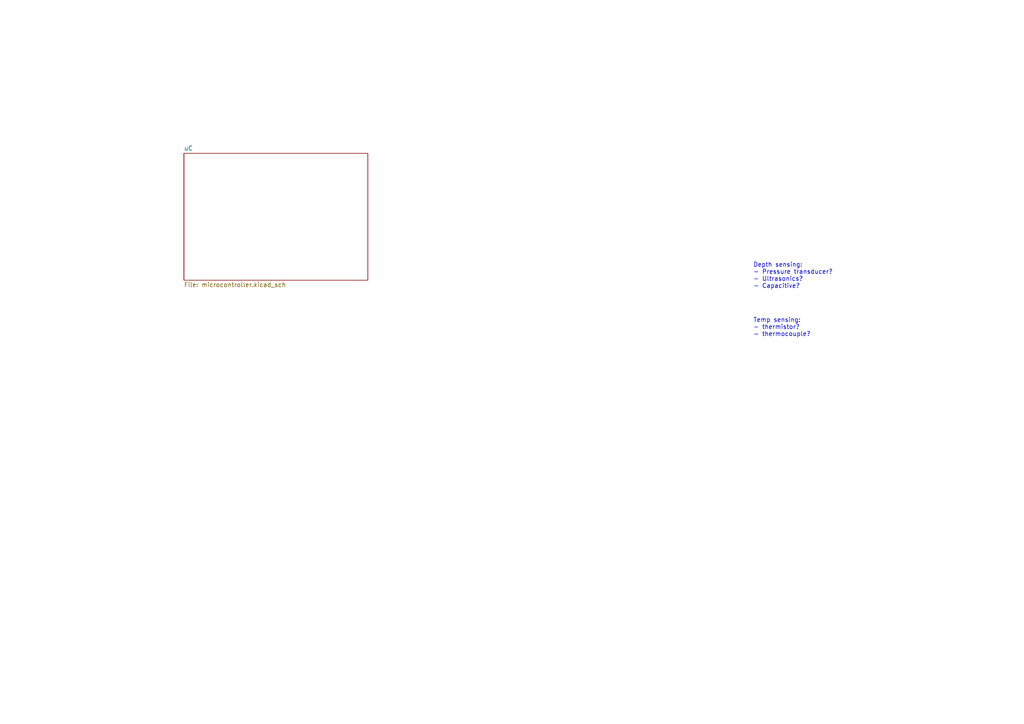
<source format=kicad_sch>
(kicad_sch (version 20230121) (generator eeschema)
  (paper "A4")
  (lib_symbols)
  (text "Temp sensing:\n- thermistor?\n- thermocouple?" (at 218.44 97.79 0) (effects (font (size 1.27 1.27)) (justify left bottom)))
  (text "Depth sensing:\n- Pressure transducer?\n- Ultrasonics?\n- Capacitive?" (at 218.44 83.82 0) (effects (font (size 1.27 1.27)) (justify left bottom)))
  (sheet (at 53.34 44.45) (size 53.34 36.83) (stroke (width 0.1524))
    (property "Sheetname" "uC" (at 53.34 43.7384 0) (effects (justify left bottom)))
    (property "Sheetfile" "microcontroller.kicad_sch" (at 53.34 81.8646 0) (effects (justify left top)))
  )
)
</source>
